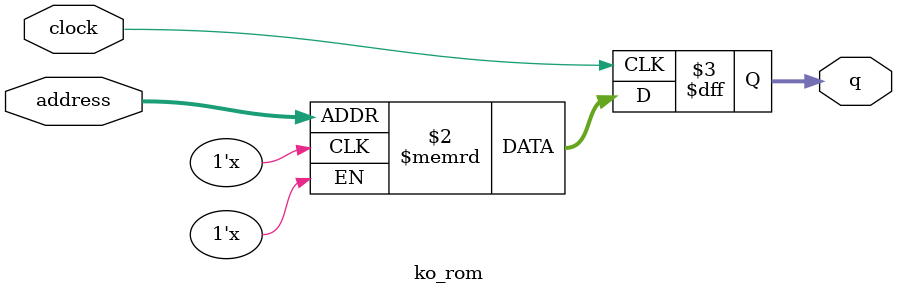
<source format=sv>
module ko_rom (
	input logic clock,
	input logic [14:0] address,
	output logic [3:0] q
);

logic [3:0] memory [0:28559] /* synthesis ram_init_file = "./ko/ko.mif" */;

always_ff @ (posedge clock) begin
	q <= memory[address];
end

endmodule

</source>
